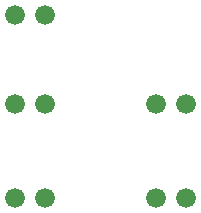
<source format=gtp>
G04 (created by PCBNEW-RS274X (2011-05-25)-stable) date Thu 01 Nov 2012 20:09:25 GMT*
G01*
G70*
G90*
%MOIN*%
G04 Gerber Fmt 3.4, Leading zero omitted, Abs format*
%FSLAX34Y34*%
G04 APERTURE LIST*
%ADD10C,0.006000*%
%ADD11C,0.066000*%
G04 APERTURE END LIST*
G54D10*
G54D11*
X31783Y-17126D03*
X32783Y-17126D03*
X31783Y-20079D03*
X32783Y-20079D03*
X31783Y-23228D03*
X32783Y-23228D03*
X36508Y-20079D03*
X37508Y-20079D03*
X36508Y-23228D03*
X37508Y-23228D03*
M02*

</source>
